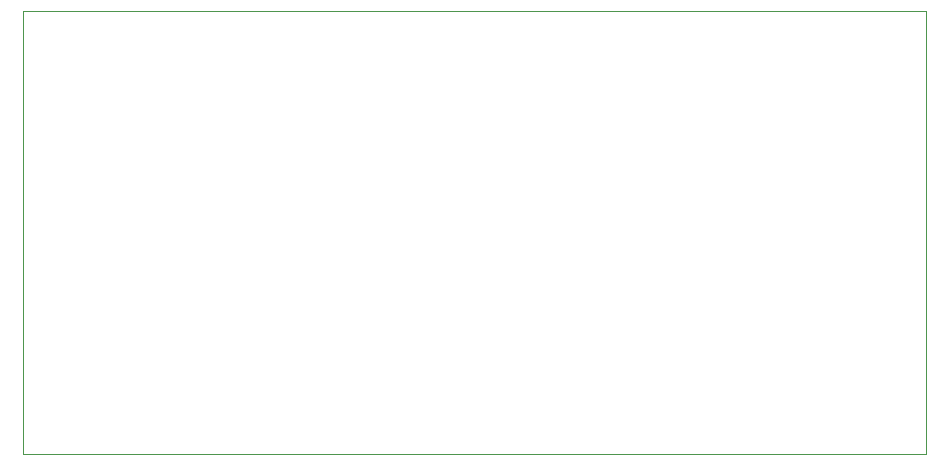
<source format=gbr>
%TF.GenerationSoftware,KiCad,Pcbnew,9.0.2*%
%TF.CreationDate,2025-06-30T16:35:09-05:00*%
%TF.ProjectId,main,6d61696e-2e6b-4696-9361-645f70636258,rev?*%
%TF.SameCoordinates,Original*%
%TF.FileFunction,Profile,NP*%
%FSLAX46Y46*%
G04 Gerber Fmt 4.6, Leading zero omitted, Abs format (unit mm)*
G04 Created by KiCad (PCBNEW 9.0.2) date 2025-06-30 16:35:09*
%MOMM*%
%LPD*%
G01*
G04 APERTURE LIST*
%TA.AperFunction,Profile*%
%ADD10C,0.050000*%
%TD*%
G04 APERTURE END LIST*
D10*
X108000000Y-52500000D02*
X184500000Y-52500000D01*
X184500000Y-90000000D01*
X108000000Y-90000000D01*
X108000000Y-52500000D01*
M02*

</source>
